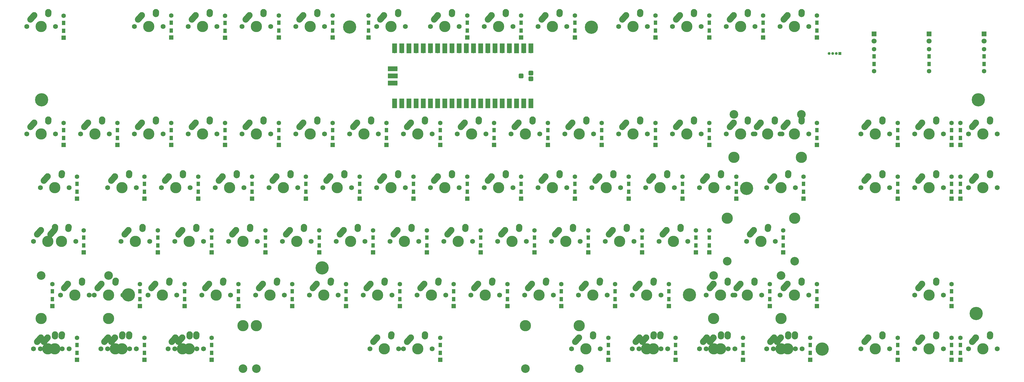
<source format=gbr>
%TF.GenerationSoftware,KiCad,Pcbnew,(7.0.0-rc2-153-g7d6218acb4)*%
%TF.CreationDate,2023-02-19T18:31:40+05:30*%
%TF.ProjectId,ncr-pcb,6e63722d-7063-4622-9e6b-696361645f70,rev?*%
%TF.SameCoordinates,Original*%
%TF.FileFunction,Soldermask,Bot*%
%TF.FilePolarity,Negative*%
%FSLAX46Y46*%
G04 Gerber Fmt 4.6, Leading zero omitted, Abs format (unit mm)*
G04 Created by KiCad (PCBNEW (7.0.0-rc2-153-g7d6218acb4)) date 2023-02-19 18:31:40*
%MOMM*%
%LPD*%
G01*
G04 APERTURE LIST*
G04 Aperture macros list*
%AMRoundRect*
0 Rectangle with rounded corners*
0 $1 Rounding radius*
0 $2 $3 $4 $5 $6 $7 $8 $9 X,Y pos of 4 corners*
0 Add a 4 corners polygon primitive as box body*
4,1,4,$2,$3,$4,$5,$6,$7,$8,$9,$2,$3,0*
0 Add four circle primitives for the rounded corners*
1,1,$1+$1,$2,$3*
1,1,$1+$1,$4,$5*
1,1,$1+$1,$6,$7*
1,1,$1+$1,$8,$9*
0 Add four rect primitives between the rounded corners*
20,1,$1+$1,$2,$3,$4,$5,0*
20,1,$1+$1,$4,$5,$6,$7,0*
20,1,$1+$1,$6,$7,$8,$9,0*
20,1,$1+$1,$8,$9,$2,$3,0*%
%AMHorizOval*
0 Thick line with rounded ends*
0 $1 width*
0 $2 $3 position (X,Y) of the first rounded end (center of the circle)*
0 $4 $5 position (X,Y) of the second rounded end (center of the circle)*
0 Add line between two ends*
20,1,$1,$2,$3,$4,$5,0*
0 Add two circle primitives to create the rounded ends*
1,1,$1,$2,$3*
1,1,$1,$4,$5*%
G04 Aperture macros list end*
%ADD10R,1.000000X1.000000*%
%ADD11O,1.000000X1.000000*%
%ADD12C,4.700000*%
%ADD13R,1.200000X1.500000*%
%ADD14C,1.600000*%
%ADD15R,1.800000X1.800000*%
%ADD16C,1.800000*%
%ADD17RoundRect,0.437500X0.437500X-0.437500X0.437500X0.437500X-0.437500X0.437500X-0.437500X-0.437500X0*%
%ADD18R,1.200000X1.600000*%
%ADD19R,1.600000X1.600000*%
%ADD20C,1.750000*%
%ADD21C,3.987800*%
%ADD22HorizOval,2.250000X0.655001X0.730000X-0.655001X-0.730000X0*%
%ADD23C,2.250000*%
%ADD24HorizOval,2.250000X0.020000X0.290000X-0.020000X-0.290000X0*%
%ADD25C,3.048000*%
%ADD26O,1.700000X1.700000*%
%ADD27R,1.700000X3.500000*%
%ADD28R,1.700000X1.700000*%
%ADD29R,3.500000X1.700000*%
G04 APERTURE END LIST*
D10*
%TO.C,J1*%
X292258749Y-19093749D03*
D11*
X290988749Y-19093749D03*
X289718749Y-19093749D03*
X288448749Y-19093749D03*
%TD*%
D12*
%TO.C,H10*%
X340524000Y-111266989D03*
%TD*%
%TO.C,H9*%
X286024000Y-123842496D03*
%TD*%
%TO.C,H8*%
X239059714Y-104692493D03*
%TD*%
%TO.C,H7*%
X40374001Y-104692493D03*
%TD*%
%TO.C,H6*%
X108974001Y-95092495D03*
%TD*%
%TO.C,H5*%
X259298999Y-66892495D03*
%TD*%
%TO.C,H4*%
X341349000Y-35467493D03*
%TD*%
%TO.C,H3*%
X9699000Y-35467493D03*
%TD*%
%TO.C,H2*%
X204293686Y-9743440D03*
%TD*%
%TO.C,H1*%
X118743687Y-9668441D03*
%TD*%
D13*
%TO.C,R3*%
X343346000Y-20081249D03*
X343346000Y-22781249D03*
D14*
X343346001Y-17531250D03*
X343346001Y-25331250D03*
%TD*%
D13*
%TO.C,R2*%
X323848000Y-20081249D03*
X323848000Y-22781249D03*
D14*
X323848001Y-17531250D03*
X323848001Y-25331250D03*
%TD*%
D13*
%TO.C,R1*%
X304357000Y-20081249D03*
X304357000Y-22781249D03*
D14*
X304357001Y-17531250D03*
X304357001Y-25331250D03*
%TD*%
D15*
%TO.C,LED3*%
X343346000Y-12115551D03*
D16*
X343346001Y-14655552D03*
%TD*%
D15*
%TO.C,LED2*%
X323848000Y-12115551D03*
D16*
X323848001Y-14655552D03*
%TD*%
D15*
%TO.C,LED1*%
X304357000Y-12115551D03*
D16*
X304357001Y-14655552D03*
%TD*%
D17*
%TO.C,*%
X179387500Y-26987500D03*
%TD*%
%TO.C,RPI0*%
X182875000Y-25971500D03*
X182875000Y-28003500D03*
%TD*%
D18*
%TO.C,D1*%
X17462499Y-10987499D03*
D19*
X17462499Y-13487499D03*
D14*
X17462500Y-5687500D03*
D18*
X17462499Y-8187499D03*
%TD*%
%TO.C,D3*%
X55562499Y-10924999D03*
D19*
X55562499Y-13424999D03*
D14*
X55562500Y-5625000D03*
D18*
X55562499Y-8124999D03*
%TD*%
%TO.C,D4*%
X74612499Y-10993749D03*
D19*
X74612499Y-13493749D03*
D14*
X74612500Y-5693750D03*
D18*
X74612499Y-8193749D03*
%TD*%
%TO.C,D5*%
X93662499Y-10924999D03*
D19*
X93662499Y-13424999D03*
D14*
X93662500Y-5625000D03*
D18*
X93662499Y-8124999D03*
%TD*%
%TO.C,D6*%
X112712499Y-10924999D03*
D19*
X112712499Y-13424999D03*
D14*
X112712500Y-5625000D03*
D18*
X112712499Y-8124999D03*
%TD*%
%TO.C,D7*%
X125412499Y-10924999D03*
D19*
X125412499Y-13424999D03*
D14*
X125412500Y-5625000D03*
D18*
X125412499Y-8124999D03*
%TD*%
%TO.C,D8*%
X160337499Y-10924999D03*
D19*
X160337499Y-13424999D03*
D14*
X160337500Y-5625000D03*
D18*
X160337499Y-8124999D03*
%TD*%
%TO.C,D9*%
X179387499Y-10924999D03*
D19*
X179387499Y-13424999D03*
D14*
X179387500Y-5625000D03*
D18*
X179387499Y-8124999D03*
%TD*%
%TO.C,D10*%
X198437499Y-10924999D03*
D19*
X198437499Y-13424999D03*
D14*
X198437500Y-5625000D03*
D18*
X198437499Y-8124999D03*
%TD*%
%TO.C,D11*%
X227012499Y-10924999D03*
D19*
X227012499Y-13424999D03*
D14*
X227012500Y-5625000D03*
D18*
X227012499Y-8124999D03*
%TD*%
%TO.C,D12*%
X246062499Y-10924999D03*
D19*
X246062499Y-13424999D03*
D14*
X246062500Y-5625000D03*
D18*
X246062499Y-8124999D03*
%TD*%
%TO.C,D13*%
X265112499Y-10924999D03*
D19*
X265112499Y-13424999D03*
D14*
X265112500Y-5625000D03*
D18*
X265112499Y-8124999D03*
%TD*%
%TO.C,D14*%
X284162499Y-10924999D03*
D19*
X284162499Y-13424999D03*
D14*
X284162500Y-5625000D03*
D18*
X284162499Y-8124999D03*
%TD*%
%TO.C,D18*%
X17462499Y-49024999D03*
D19*
X17462499Y-51524999D03*
D14*
X17462500Y-43725000D03*
D18*
X17462499Y-46224999D03*
%TD*%
%TO.C,D19*%
X36512499Y-49024999D03*
D19*
X36512499Y-51524999D03*
D14*
X36512500Y-43725000D03*
D18*
X36512499Y-46224999D03*
%TD*%
%TO.C,D20*%
X55562499Y-49024999D03*
D19*
X55562499Y-51524999D03*
D14*
X55562500Y-43725000D03*
D18*
X55562499Y-46224999D03*
%TD*%
%TO.C,D21*%
X74612499Y-49024999D03*
D19*
X74612499Y-51524999D03*
D14*
X74612500Y-43725000D03*
D18*
X74612499Y-46224999D03*
%TD*%
%TO.C,D22*%
X93662499Y-49024999D03*
D19*
X93662499Y-51524999D03*
D14*
X93662500Y-43725000D03*
D18*
X93662499Y-46224999D03*
%TD*%
%TO.C,D23*%
X112712499Y-49024999D03*
D19*
X112712499Y-51524999D03*
D14*
X112712500Y-43725000D03*
D18*
X112712499Y-46224999D03*
%TD*%
%TO.C,D24*%
X131762499Y-49024999D03*
D19*
X131762499Y-51524999D03*
D14*
X131762500Y-43725000D03*
D18*
X131762499Y-46224999D03*
%TD*%
%TO.C,D25*%
X150812499Y-49024999D03*
D19*
X150812499Y-51524999D03*
D14*
X150812500Y-43725000D03*
D18*
X150812499Y-46224999D03*
%TD*%
%TO.C,D26*%
X169862499Y-49024999D03*
D19*
X169862499Y-51524999D03*
D14*
X169862500Y-43725000D03*
D18*
X169862499Y-46224999D03*
%TD*%
%TO.C,D27*%
X188912499Y-49024999D03*
D19*
X188912499Y-51524999D03*
D14*
X188912500Y-43725000D03*
D18*
X188912499Y-46224999D03*
%TD*%
%TO.C,D28*%
X207962499Y-49024999D03*
D19*
X207962499Y-51524999D03*
D14*
X207962500Y-43725000D03*
D18*
X207962499Y-46224999D03*
%TD*%
%TO.C,D29*%
X227012499Y-49024999D03*
D19*
X227012499Y-51524999D03*
D14*
X227012500Y-43725000D03*
D18*
X227012499Y-46224999D03*
%TD*%
%TO.C,D30*%
X246062499Y-49024999D03*
D19*
X246062499Y-51524999D03*
D14*
X246062500Y-43725000D03*
D18*
X246062499Y-46224999D03*
%TD*%
%TO.C,D31*%
X284162499Y-49024999D03*
D19*
X284162499Y-51524999D03*
D14*
X284162500Y-43725000D03*
D18*
X284162499Y-46224999D03*
%TD*%
%TO.C,D32*%
X312737499Y-49024999D03*
D19*
X312737499Y-51524999D03*
D14*
X312737500Y-43725000D03*
D18*
X312737499Y-46224999D03*
%TD*%
%TO.C,D33*%
X331787499Y-49024999D03*
D19*
X331787499Y-51524999D03*
D14*
X331787500Y-43725000D03*
D18*
X331787499Y-46224999D03*
%TD*%
%TO.C,D34*%
X334962499Y-46224999D03*
D14*
X334962500Y-43725000D03*
D19*
X334962499Y-51524999D03*
D18*
X334962499Y-49024999D03*
%TD*%
%TO.C,D35*%
X22224999Y-68074999D03*
D19*
X22224999Y-70574999D03*
D14*
X22225000Y-62775000D03*
D18*
X22224999Y-65274999D03*
%TD*%
%TO.C,D36*%
X24606249Y-87124999D03*
D19*
X24606249Y-89624999D03*
D14*
X24606250Y-81825000D03*
D18*
X24606249Y-84324999D03*
%TD*%
%TO.C,D37*%
X46037499Y-68074999D03*
D19*
X46037499Y-70574999D03*
D14*
X46037500Y-62775000D03*
D18*
X46037499Y-65274999D03*
%TD*%
%TO.C,D38*%
X50799999Y-87124999D03*
D19*
X50799999Y-89624999D03*
D14*
X50800000Y-81825000D03*
D18*
X50799999Y-84324999D03*
%TD*%
%TO.C,D39*%
X65087499Y-68074999D03*
D19*
X65087499Y-70574999D03*
D14*
X65087500Y-62775000D03*
D18*
X65087499Y-65274999D03*
%TD*%
%TO.C,D40*%
X69849999Y-87124999D03*
D19*
X69849999Y-89624999D03*
D14*
X69850000Y-81825000D03*
D18*
X69849999Y-84324999D03*
%TD*%
%TO.C,D41*%
X84137499Y-68074999D03*
D19*
X84137499Y-70574999D03*
D14*
X84137500Y-62775000D03*
D18*
X84137499Y-65274999D03*
%TD*%
%TO.C,D42*%
X88899999Y-87124999D03*
D19*
X88899999Y-89624999D03*
D14*
X88900000Y-81825000D03*
D18*
X88899999Y-84324999D03*
%TD*%
%TO.C,D43*%
X103187499Y-68074999D03*
D19*
X103187499Y-70574999D03*
D14*
X103187500Y-62775000D03*
D18*
X103187499Y-65274999D03*
%TD*%
%TO.C,D44*%
X107949999Y-87124999D03*
D19*
X107949999Y-89624999D03*
D14*
X107950000Y-81825000D03*
D18*
X107949999Y-84324999D03*
%TD*%
%TO.C,D45*%
X122237499Y-68074999D03*
D19*
X122237499Y-70574999D03*
D14*
X122237500Y-62775000D03*
D18*
X122237499Y-65274999D03*
%TD*%
%TO.C,D46*%
X126999999Y-87124999D03*
D19*
X126999999Y-89624999D03*
D14*
X127000000Y-81825000D03*
D18*
X126999999Y-84324999D03*
%TD*%
%TO.C,D47*%
X141287499Y-68074999D03*
D19*
X141287499Y-70574999D03*
D14*
X141287500Y-62775000D03*
D18*
X141287499Y-65274999D03*
%TD*%
%TO.C,D48*%
X146049999Y-87124999D03*
D19*
X146049999Y-89624999D03*
D14*
X146050000Y-81825000D03*
D18*
X146049999Y-84324999D03*
%TD*%
%TO.C,D49*%
X160337499Y-68074999D03*
D19*
X160337499Y-70574999D03*
D14*
X160337500Y-62775000D03*
D18*
X160337499Y-65274999D03*
%TD*%
%TO.C,D50*%
X165099999Y-87124999D03*
D19*
X165099999Y-89624999D03*
D14*
X165100000Y-81825000D03*
D18*
X165099999Y-84324999D03*
%TD*%
%TO.C,D51*%
X179387499Y-68074999D03*
D19*
X179387499Y-70574999D03*
D14*
X179387500Y-62775000D03*
D18*
X179387499Y-65274999D03*
%TD*%
%TO.C,D52*%
X184149999Y-87124999D03*
D19*
X184149999Y-89624999D03*
D14*
X184150000Y-81825000D03*
D18*
X184149999Y-84324999D03*
%TD*%
%TO.C,D53*%
X198437499Y-68074999D03*
D19*
X198437499Y-70574999D03*
D14*
X198437500Y-62775000D03*
D18*
X198437499Y-65274999D03*
%TD*%
%TO.C,D54*%
X203199999Y-87124999D03*
D19*
X203199999Y-89624999D03*
D14*
X203200000Y-81825000D03*
D18*
X203199999Y-84324999D03*
%TD*%
%TO.C,D55*%
X217487499Y-68074999D03*
D19*
X217487499Y-70574999D03*
D14*
X217487500Y-62775000D03*
D18*
X217487499Y-65274999D03*
%TD*%
%TO.C,D56*%
X222249999Y-87124999D03*
D19*
X222249999Y-89624999D03*
D14*
X222250000Y-81825000D03*
D18*
X222249999Y-84324999D03*
%TD*%
%TO.C,D57*%
X236537499Y-68074999D03*
D19*
X236537499Y-70574999D03*
D14*
X236537500Y-62775000D03*
D18*
X236537499Y-65274999D03*
%TD*%
%TO.C,D58*%
X241299999Y-87124999D03*
D19*
X241299999Y-89624999D03*
D14*
X241300000Y-81825000D03*
D18*
X241299999Y-84324999D03*
%TD*%
%TO.C,D59*%
X255587499Y-68074999D03*
D19*
X255587499Y-70574999D03*
D14*
X255587500Y-62775000D03*
D18*
X255587499Y-65274999D03*
%TD*%
%TO.C,D60*%
X246062499Y-87124999D03*
D19*
X246062499Y-89624999D03*
D14*
X246062500Y-81825000D03*
D18*
X246062499Y-84324999D03*
%TD*%
%TO.C,D61*%
X279399999Y-68074999D03*
D19*
X279399999Y-70574999D03*
D14*
X279400000Y-62775000D03*
D18*
X279399999Y-65274999D03*
%TD*%
%TO.C,D62*%
X272256249Y-87124999D03*
D19*
X272256249Y-89624999D03*
D14*
X272256250Y-81825000D03*
D18*
X272256249Y-84324999D03*
%TD*%
%TO.C,D63*%
X312737499Y-68074999D03*
D19*
X312737499Y-70574999D03*
D14*
X312737500Y-62775000D03*
D18*
X312737499Y-65274999D03*
%TD*%
%TO.C,D65*%
X331787499Y-68074999D03*
D19*
X331787499Y-70574999D03*
D14*
X331787500Y-62775000D03*
D18*
X331787499Y-65274999D03*
%TD*%
%TO.C,D67*%
X334962499Y-68074999D03*
D19*
X334962499Y-70574999D03*
D14*
X334962500Y-62775000D03*
D18*
X334962499Y-65274999D03*
%TD*%
%TO.C,D69*%
X13493749Y-106174999D03*
D19*
X13493749Y-108674999D03*
D14*
X13493750Y-100875000D03*
D18*
X13493749Y-103374999D03*
%TD*%
%TO.C,D70*%
X22224999Y-125224999D03*
D19*
X22224999Y-127724999D03*
D14*
X22225000Y-119925000D03*
D18*
X22224999Y-122424999D03*
%TD*%
%TO.C,D71*%
X44449999Y-106174999D03*
D19*
X44449999Y-108674999D03*
D14*
X44450000Y-100875000D03*
D18*
X44449999Y-103374999D03*
%TD*%
%TO.C,D72*%
X46037499Y-125224999D03*
D19*
X46037499Y-127724999D03*
D14*
X46037500Y-119925000D03*
D18*
X46037499Y-122424999D03*
%TD*%
%TO.C,D73*%
X60324999Y-106174999D03*
D19*
X60324999Y-108674999D03*
D14*
X60325000Y-100875000D03*
D18*
X60324999Y-103374999D03*
%TD*%
%TO.C,D74*%
X69849999Y-125224999D03*
D19*
X69849999Y-127724999D03*
D14*
X69850000Y-119925000D03*
D18*
X69849999Y-122424999D03*
%TD*%
%TO.C,D75*%
X79374999Y-106174999D03*
D19*
X79374999Y-108674999D03*
D14*
X79375000Y-100875000D03*
D18*
X79374999Y-103374999D03*
%TD*%
%TO.C,D77*%
X98424999Y-106174999D03*
D19*
X98424999Y-108674999D03*
D14*
X98425000Y-100875000D03*
D18*
X98424999Y-103374999D03*
%TD*%
%TO.C,D79*%
X117474999Y-106174999D03*
D19*
X117474999Y-108674999D03*
D14*
X117475000Y-100875000D03*
D18*
X117474999Y-103374999D03*
%TD*%
%TO.C,D81*%
X136524999Y-106174999D03*
D19*
X136524999Y-108674999D03*
D14*
X136525000Y-100875000D03*
D18*
X136524999Y-103374999D03*
%TD*%
%TO.C,D83*%
X155574999Y-106174999D03*
D19*
X155574999Y-108674999D03*
D14*
X155575000Y-100875000D03*
D18*
X155574999Y-103374999D03*
%TD*%
%TO.C,D84*%
X150812499Y-125224999D03*
D19*
X150812499Y-127724999D03*
D14*
X150812500Y-119925000D03*
D18*
X150812499Y-122424999D03*
%TD*%
%TO.C,D85*%
X174624999Y-106174999D03*
D19*
X174624999Y-108674999D03*
D14*
X174625000Y-100875000D03*
D18*
X174624999Y-103374999D03*
%TD*%
%TO.C,D87*%
X193674999Y-106174999D03*
D19*
X193674999Y-108674999D03*
D14*
X193675000Y-100875000D03*
D18*
X193674999Y-103374999D03*
%TD*%
%TO.C,D89*%
X212724999Y-106174999D03*
D19*
X212724999Y-108674999D03*
D14*
X212725000Y-100875000D03*
D18*
X212724999Y-103374999D03*
%TD*%
%TO.C,D90*%
X210343749Y-125224999D03*
D19*
X210343749Y-127724999D03*
D14*
X210343750Y-119925000D03*
D18*
X210343749Y-122424999D03*
%TD*%
%TO.C,D91*%
X231774999Y-106174999D03*
D19*
X231774999Y-108674999D03*
D14*
X231775000Y-100875000D03*
D18*
X231774999Y-103374999D03*
%TD*%
%TO.C,D92*%
X234156249Y-125224999D03*
D19*
X234156249Y-127724999D03*
D14*
X234156250Y-119925000D03*
D18*
X234156249Y-122424999D03*
%TD*%
%TO.C,D93*%
X267493749Y-106174999D03*
D19*
X267493749Y-108674999D03*
D14*
X267493750Y-100875000D03*
D18*
X267493749Y-103374999D03*
%TD*%
%TO.C,D94*%
X257968749Y-125224999D03*
D19*
X257968749Y-127724999D03*
D14*
X257968750Y-119925000D03*
D18*
X257968749Y-122424999D03*
%TD*%
%TO.C,D95*%
X284162499Y-106174999D03*
D19*
X284162499Y-108674999D03*
D14*
X284162500Y-100875000D03*
D18*
X284162499Y-103374999D03*
%TD*%
%TO.C,D96*%
X281781249Y-125224999D03*
D19*
X281781249Y-127724999D03*
D14*
X281781250Y-119925000D03*
D18*
X281781249Y-122424999D03*
%TD*%
%TO.C,D98*%
X312737499Y-125224999D03*
D19*
X312737499Y-127724999D03*
D14*
X312737500Y-119925000D03*
D18*
X312737499Y-122424999D03*
%TD*%
%TO.C,D99*%
X331787499Y-106174999D03*
D19*
X331787499Y-108674999D03*
D14*
X331787500Y-100875000D03*
D18*
X331787499Y-103374999D03*
%TD*%
%TO.C,D100*%
X331787499Y-125224999D03*
D19*
X331787499Y-127724999D03*
D14*
X331787500Y-119925000D03*
D18*
X331787499Y-122424999D03*
%TD*%
%TO.C,D102*%
X334962499Y-125224999D03*
D19*
X334962499Y-127724999D03*
D14*
X334962500Y-119925000D03*
D18*
X334962499Y-122424999D03*
%TD*%
D20*
%TO.C,MX35*%
X9207500Y-66675000D03*
D21*
X14287500Y-66675000D03*
D20*
X19367500Y-66675000D03*
D22*
X11132500Y-63404999D03*
D23*
X11787500Y-62675000D03*
D24*
X16807499Y-61884999D03*
D23*
X16827500Y-61595000D03*
%TD*%
D20*
%TO.C,MX36*%
X11588750Y-85725000D03*
D21*
X16668750Y-85725000D03*
D20*
X21748750Y-85725000D03*
D22*
X13513750Y-82454999D03*
D23*
X14168750Y-81725000D03*
D24*
X19188749Y-80934999D03*
D23*
X19208750Y-80645000D03*
%TD*%
D20*
%TO.C,MX61*%
X266382500Y-66675000D03*
D21*
X271462500Y-66675000D03*
D20*
X276542500Y-66675000D03*
D22*
X268307500Y-63404999D03*
D23*
X268962500Y-62675000D03*
D24*
X273982499Y-61884999D03*
D23*
X274002500Y-61595000D03*
%TD*%
D21*
%TO.C,MX62*%
X252380750Y-77470000D03*
D25*
X252380750Y-92710000D03*
D20*
X259238750Y-85725000D03*
D21*
X264318750Y-85725000D03*
D20*
X269398750Y-85725000D03*
D21*
X276256750Y-77470000D03*
D25*
X276256750Y-92710000D03*
D22*
X261163750Y-82454999D03*
D23*
X261818750Y-81725000D03*
D24*
X266838749Y-80934999D03*
D23*
X266858750Y-80645000D03*
%TD*%
D20*
%TO.C,MX64*%
X6826250Y-85725000D03*
D21*
X11906250Y-85725000D03*
D20*
X16986250Y-85725000D03*
D22*
X8751250Y-82454999D03*
D23*
X9406250Y-81725000D03*
D24*
X14426249Y-80934999D03*
D23*
X14446250Y-80645000D03*
%TD*%
D25*
%TO.C,MX66*%
X254762000Y-40640000D03*
D21*
X254762000Y-55880000D03*
D20*
X261620000Y-47625000D03*
D21*
X266700000Y-47625000D03*
D20*
X271780000Y-47625000D03*
D25*
X278638000Y-40640000D03*
D21*
X278638000Y-55880000D03*
D22*
X263545000Y-44354999D03*
D23*
X264200000Y-43625000D03*
D24*
X269219999Y-42834999D03*
D23*
X269240000Y-42545000D03*
%TD*%
D25*
%TO.C,MX69*%
X9493250Y-97790000D03*
D21*
X9493250Y-113030000D03*
D20*
X16351250Y-104775000D03*
D21*
X21431250Y-104775000D03*
D20*
X26511250Y-104775000D03*
D25*
X33369250Y-97790000D03*
D21*
X33369250Y-113030000D03*
D22*
X18276250Y-101504999D03*
D23*
X18931250Y-100775000D03*
D24*
X23951249Y-99984999D03*
D23*
X23971250Y-99695000D03*
%TD*%
D20*
%TO.C,MX70*%
X9207500Y-123825000D03*
D21*
X14287500Y-123825000D03*
D20*
X19367500Y-123825000D03*
D22*
X11132500Y-120554999D03*
D23*
X11787500Y-119825000D03*
D24*
X16807499Y-119034999D03*
D23*
X16827500Y-118745000D03*
%TD*%
D20*
%TO.C,MX74*%
X56832500Y-123825000D03*
D21*
X61912500Y-123825000D03*
D20*
X66992500Y-123825000D03*
D22*
X58757500Y-120554999D03*
D23*
X59412500Y-119825000D03*
D24*
X64432499Y-119034999D03*
D23*
X64452500Y-118745000D03*
%TD*%
D20*
%TO.C,MX76*%
X6826250Y-123825000D03*
D21*
X11906250Y-123825000D03*
D20*
X16986250Y-123825000D03*
D22*
X8751250Y-120554999D03*
D23*
X9406250Y-119825000D03*
D24*
X14426249Y-119034999D03*
D23*
X14446250Y-118745000D03*
%TD*%
D20*
%TO.C,MX78*%
X30638750Y-123825000D03*
D21*
X35718750Y-123825000D03*
D20*
X40798750Y-123825000D03*
D22*
X32563750Y-120554999D03*
D23*
X33218750Y-119825000D03*
D24*
X38238749Y-119034999D03*
D23*
X38258750Y-118745000D03*
%TD*%
D20*
%TO.C,MX80*%
X54451250Y-123825000D03*
D21*
X59531250Y-123825000D03*
D20*
X64611250Y-123825000D03*
D22*
X56376250Y-120554999D03*
D23*
X57031250Y-119825000D03*
D24*
X62051249Y-119034999D03*
D23*
X62071250Y-118745000D03*
%TD*%
D21*
%TO.C,MX82*%
X80968850Y-115570000D03*
D25*
X80968850Y-130810000D03*
D20*
X125888750Y-123825000D03*
D21*
X130968750Y-123825000D03*
D20*
X136048750Y-123825000D03*
D21*
X180968650Y-115570000D03*
D25*
X180968650Y-130810000D03*
D22*
X127813750Y-120554999D03*
D23*
X128468750Y-119825000D03*
D24*
X133488749Y-119034999D03*
D23*
X133508750Y-118745000D03*
%TD*%
D21*
%TO.C,MX84*%
X85725000Y-115570000D03*
D25*
X85725000Y-130810000D03*
D20*
X137795000Y-123825000D03*
D21*
X142875000Y-123825000D03*
D20*
X147955000Y-123825000D03*
D21*
X200025000Y-115570000D03*
D25*
X200025000Y-130810000D03*
D22*
X139720000Y-120554999D03*
D23*
X140375000Y-119825000D03*
D24*
X145394999Y-119034999D03*
D23*
X145415000Y-118745000D03*
%TD*%
D20*
%TO.C,MX86*%
X221138750Y-123825000D03*
D21*
X226218750Y-123825000D03*
D20*
X231298750Y-123825000D03*
D22*
X223063750Y-120554999D03*
D23*
X223718750Y-119825000D03*
D24*
X228738749Y-119034999D03*
D23*
X228758750Y-118745000D03*
%TD*%
D20*
%TO.C,MX88*%
X244951250Y-123825000D03*
D21*
X250031250Y-123825000D03*
D20*
X255111250Y-123825000D03*
D22*
X246876250Y-120554999D03*
D23*
X247531250Y-119825000D03*
D24*
X252551249Y-119034999D03*
D23*
X252571250Y-118745000D03*
%TD*%
D20*
%TO.C,MX90*%
X197326250Y-123825000D03*
D21*
X202406250Y-123825000D03*
D20*
X207486250Y-123825000D03*
D22*
X199251250Y-120554999D03*
D23*
X199906250Y-119825000D03*
D24*
X204926249Y-119034999D03*
D23*
X204946250Y-118745000D03*
%TD*%
D20*
%TO.C,MX92*%
X218757500Y-123825000D03*
D21*
X223837500Y-123825000D03*
D20*
X228917500Y-123825000D03*
D22*
X220682500Y-120554999D03*
D23*
X221337500Y-119825000D03*
D24*
X226357499Y-119034999D03*
D23*
X226377500Y-118745000D03*
%TD*%
D25*
%TO.C,MX93*%
X247618250Y-97790000D03*
D21*
X247618250Y-113030000D03*
D20*
X254476250Y-104775000D03*
D21*
X259556250Y-104775000D03*
D20*
X264636250Y-104775000D03*
D25*
X271494250Y-97790000D03*
D21*
X271494250Y-113030000D03*
D22*
X256401250Y-101504999D03*
D23*
X257056250Y-100775000D03*
D24*
X262076249Y-99984999D03*
D23*
X262096250Y-99695000D03*
%TD*%
D20*
%TO.C,MX96*%
X266382500Y-123825000D03*
D21*
X271462500Y-123825000D03*
D20*
X276542500Y-123825000D03*
D22*
X268307500Y-120554999D03*
D23*
X268962500Y-119825000D03*
D24*
X273982499Y-119034999D03*
D23*
X274002500Y-118745000D03*
%TD*%
D20*
%TO.C,MX97*%
X268763750Y-123825000D03*
D21*
X273843750Y-123825000D03*
D20*
X278923750Y-123825000D03*
D22*
X270688750Y-120554999D03*
D23*
X271343750Y-119825000D03*
D24*
X276363749Y-119034999D03*
D23*
X276383750Y-118745000D03*
%TD*%
D20*
%TO.C,MX101*%
X244951250Y-104775000D03*
D21*
X250031250Y-104775000D03*
D20*
X255111250Y-104775000D03*
D22*
X246876250Y-101504999D03*
D23*
X247531250Y-100775000D03*
D24*
X252551249Y-99984999D03*
D23*
X252571250Y-99695000D03*
%TD*%
D20*
%TO.C,MX6*%
X99695000Y-9525000D03*
D21*
X104775000Y-9525000D03*
D20*
X109855000Y-9525000D03*
D22*
X101620000Y-6254999D03*
D23*
X102275000Y-5525000D03*
D24*
X107294999Y-4734999D03*
D23*
X107315000Y-4445000D03*
%TD*%
D20*
%TO.C,MX43*%
X90170000Y-66675000D03*
D21*
X95250000Y-66675000D03*
D20*
X100330000Y-66675000D03*
D22*
X92095000Y-63404999D03*
D23*
X92750000Y-62675000D03*
D24*
X97769999Y-61884999D03*
D23*
X97790000Y-61595000D03*
%TD*%
D20*
%TO.C,MX63*%
X299720000Y-66675000D03*
D21*
X304800000Y-66675000D03*
D20*
X309880000Y-66675000D03*
D22*
X301645000Y-63404999D03*
D23*
X302300000Y-62675000D03*
D24*
X307319999Y-61884999D03*
D23*
X307340000Y-61595000D03*
%TD*%
D20*
%TO.C,MX13*%
X252095000Y-9525000D03*
D21*
X257175000Y-9525000D03*
D20*
X262255000Y-9525000D03*
D22*
X254020000Y-6254999D03*
D23*
X254675000Y-5525000D03*
D24*
X259694999Y-4734999D03*
D23*
X259715000Y-4445000D03*
%TD*%
D20*
%TO.C,MX67*%
X337820000Y-66675000D03*
D21*
X342900000Y-66675000D03*
D20*
X347980000Y-66675000D03*
D22*
X339745000Y-63404999D03*
D23*
X340400000Y-62675000D03*
D24*
X345419999Y-61884999D03*
D23*
X345440000Y-61595000D03*
%TD*%
D20*
%TO.C,MX51*%
X166370000Y-66675000D03*
D21*
X171450000Y-66675000D03*
D20*
X176530000Y-66675000D03*
D22*
X168295000Y-63404999D03*
D23*
X168950000Y-62675000D03*
D24*
X173969999Y-61884999D03*
D23*
X173990000Y-61595000D03*
%TD*%
D20*
%TO.C,MX44*%
X94932500Y-85725000D03*
D21*
X100012500Y-85725000D03*
D20*
X105092500Y-85725000D03*
D22*
X96857500Y-82454999D03*
D23*
X97512500Y-81725000D03*
D24*
X102532499Y-80934999D03*
D23*
X102552500Y-80645000D03*
%TD*%
D20*
%TO.C,MX65*%
X318770000Y-66675000D03*
D21*
X323850000Y-66675000D03*
D20*
X328930000Y-66675000D03*
D22*
X320695000Y-63404999D03*
D23*
X321350000Y-62675000D03*
D24*
X326369999Y-61884999D03*
D23*
X326390000Y-61595000D03*
%TD*%
D20*
%TO.C,MX77*%
X85407500Y-104775000D03*
D21*
X90487500Y-104775000D03*
D20*
X95567500Y-104775000D03*
D22*
X87332500Y-101504999D03*
D23*
X87987500Y-100775000D03*
D24*
X93007499Y-99984999D03*
D23*
X93027500Y-99695000D03*
%TD*%
D20*
%TO.C,MX11*%
X213995000Y-9525000D03*
D21*
X219075000Y-9525000D03*
D20*
X224155000Y-9525000D03*
D22*
X215920000Y-6254999D03*
D23*
X216575000Y-5525000D03*
D24*
X221594999Y-4734999D03*
D23*
X221615000Y-4445000D03*
%TD*%
D20*
%TO.C,MX14*%
X271145000Y-9525000D03*
D21*
X276225000Y-9525000D03*
D20*
X281305000Y-9525000D03*
D22*
X273070000Y-6254999D03*
D23*
X273725000Y-5525000D03*
D24*
X278744999Y-4734999D03*
D23*
X278765000Y-4445000D03*
%TD*%
D20*
%TO.C,MX81*%
X123507500Y-104775000D03*
D21*
X128587500Y-104775000D03*
D20*
X133667500Y-104775000D03*
D22*
X125432500Y-101504999D03*
D23*
X126087500Y-100775000D03*
D24*
X131107499Y-99984999D03*
D23*
X131127500Y-99695000D03*
%TD*%
D20*
%TO.C,MX59*%
X242570000Y-66675000D03*
D21*
X247650000Y-66675000D03*
D20*
X252730000Y-66675000D03*
D22*
X244495000Y-63404999D03*
D23*
X245150000Y-62675000D03*
D24*
X250169999Y-61884999D03*
D23*
X250190000Y-61595000D03*
%TD*%
D20*
%TO.C,MX54*%
X190182500Y-85725000D03*
D21*
X195262500Y-85725000D03*
D20*
X200342500Y-85725000D03*
D22*
X192107500Y-82454999D03*
D23*
X192762500Y-81725000D03*
D24*
X197782499Y-80934999D03*
D23*
X197802500Y-80645000D03*
%TD*%
D20*
%TO.C,MX100*%
X318770000Y-123825000D03*
D21*
X323850000Y-123825000D03*
D20*
X328930000Y-123825000D03*
D22*
X320695000Y-120554999D03*
D23*
X321350000Y-119825000D03*
D24*
X326369999Y-119034999D03*
D23*
X326390000Y-118745000D03*
%TD*%
D20*
%TO.C,MX20*%
X42545000Y-47625000D03*
D21*
X47625000Y-47625000D03*
D20*
X52705000Y-47625000D03*
D22*
X44470000Y-44354999D03*
D23*
X45125000Y-43625000D03*
D24*
X50144999Y-42834999D03*
D23*
X50165000Y-42545000D03*
%TD*%
D20*
%TO.C,MX53*%
X185420000Y-66675000D03*
D21*
X190500000Y-66675000D03*
D20*
X195580000Y-66675000D03*
D22*
X187345000Y-63404999D03*
D23*
X188000000Y-62675000D03*
D24*
X193019999Y-61884999D03*
D23*
X193040000Y-61595000D03*
%TD*%
D20*
%TO.C,MX29*%
X213995000Y-47625000D03*
D21*
X219075000Y-47625000D03*
D20*
X224155000Y-47625000D03*
D22*
X215920000Y-44354999D03*
D23*
X216575000Y-43625000D03*
D24*
X221594999Y-42834999D03*
D23*
X221615000Y-42545000D03*
%TD*%
D20*
%TO.C,MX47*%
X128270000Y-66675000D03*
D21*
X133350000Y-66675000D03*
D20*
X138430000Y-66675000D03*
D22*
X130195000Y-63404999D03*
D23*
X130850000Y-62675000D03*
D24*
X135869999Y-61884999D03*
D23*
X135890000Y-61595000D03*
%TD*%
D20*
%TO.C,MX72*%
X33020000Y-123825000D03*
D21*
X38100000Y-123825000D03*
D20*
X43180000Y-123825000D03*
D22*
X34945000Y-120554999D03*
D23*
X35600000Y-119825000D03*
D24*
X40619999Y-119034999D03*
D23*
X40640000Y-118745000D03*
%TD*%
D20*
%TO.C,MX46*%
X113982500Y-85725000D03*
D21*
X119062500Y-85725000D03*
D20*
X124142500Y-85725000D03*
D22*
X115907500Y-82454999D03*
D23*
X116562500Y-81725000D03*
D24*
X121582499Y-80934999D03*
D23*
X121602500Y-80645000D03*
%TD*%
D20*
%TO.C,MX30*%
X233045000Y-47625000D03*
D21*
X238125000Y-47625000D03*
D20*
X243205000Y-47625000D03*
D22*
X234970000Y-44354999D03*
D23*
X235625000Y-43625000D03*
D24*
X240644999Y-42834999D03*
D23*
X240665000Y-42545000D03*
%TD*%
D20*
%TO.C,MX33*%
X318770000Y-47625000D03*
D21*
X323850000Y-47625000D03*
D20*
X328930000Y-47625000D03*
D22*
X320695000Y-44354999D03*
D23*
X321350000Y-43625000D03*
D24*
X326369999Y-42834999D03*
D23*
X326390000Y-42545000D03*
%TD*%
D20*
%TO.C,MX55*%
X204470000Y-66675000D03*
D21*
X209550000Y-66675000D03*
D20*
X214630000Y-66675000D03*
D22*
X206395000Y-63404999D03*
D23*
X207050000Y-62675000D03*
D24*
X212069999Y-61884999D03*
D23*
X212090000Y-61595000D03*
%TD*%
D20*
%TO.C,MX26*%
X156845000Y-47625000D03*
D21*
X161925000Y-47625000D03*
D20*
X167005000Y-47625000D03*
D22*
X158770000Y-44354999D03*
D23*
X159425000Y-43625000D03*
D24*
X164444999Y-42834999D03*
D23*
X164465000Y-42545000D03*
%TD*%
D20*
%TO.C,MX5*%
X80645000Y-9525000D03*
D21*
X85725000Y-9525000D03*
D20*
X90805000Y-9525000D03*
D22*
X82570000Y-6254999D03*
D23*
X83225000Y-5525000D03*
D24*
X88244999Y-4734999D03*
D23*
X88265000Y-4445000D03*
%TD*%
D20*
%TO.C,MX91*%
X218757500Y-104775000D03*
D21*
X223837500Y-104775000D03*
D20*
X228917500Y-104775000D03*
D22*
X220682500Y-101504999D03*
D23*
X221337500Y-100775000D03*
D24*
X226357499Y-99984999D03*
D23*
X226377500Y-99695000D03*
%TD*%
D20*
%TO.C,MX21*%
X61595000Y-47625000D03*
D21*
X66675000Y-47625000D03*
D20*
X71755000Y-47625000D03*
D22*
X63520000Y-44354999D03*
D23*
X64175000Y-43625000D03*
D24*
X69194999Y-42834999D03*
D23*
X69215000Y-42545000D03*
%TD*%
D20*
%TO.C,MX75*%
X66357500Y-104775000D03*
D21*
X71437500Y-104775000D03*
D20*
X76517500Y-104775000D03*
D22*
X68282500Y-101504999D03*
D23*
X68937500Y-100775000D03*
D24*
X73957499Y-99984999D03*
D23*
X73977500Y-99695000D03*
%TD*%
D20*
%TO.C,MX39*%
X52070000Y-66675000D03*
D21*
X57150000Y-66675000D03*
D20*
X62230000Y-66675000D03*
D22*
X53995000Y-63404999D03*
D23*
X54650000Y-62675000D03*
D24*
X59669999Y-61884999D03*
D23*
X59690000Y-61595000D03*
%TD*%
D20*
%TO.C,MX7*%
X128270000Y-9525000D03*
D21*
X133350000Y-9525000D03*
D20*
X138430000Y-9525000D03*
D22*
X130195000Y-6254999D03*
D23*
X130850000Y-5525000D03*
D24*
X135869999Y-4734999D03*
D23*
X135890000Y-4445000D03*
%TD*%
D20*
%TO.C,MX94*%
X242570000Y-123825000D03*
D21*
X247650000Y-123825000D03*
D20*
X252730000Y-123825000D03*
D22*
X244495000Y-120554999D03*
D23*
X245150000Y-119825000D03*
D24*
X250169999Y-119034999D03*
D23*
X250190000Y-118745000D03*
%TD*%
D20*
%TO.C,MX22*%
X80645000Y-47625000D03*
D21*
X85725000Y-47625000D03*
D20*
X90805000Y-47625000D03*
D22*
X82570000Y-44354999D03*
D23*
X83225000Y-43625000D03*
D24*
X88244999Y-42834999D03*
D23*
X88265000Y-42545000D03*
%TD*%
D20*
%TO.C,MX8*%
X147320000Y-9525000D03*
D21*
X152400000Y-9525000D03*
D20*
X157480000Y-9525000D03*
D22*
X149245000Y-6254999D03*
D23*
X149900000Y-5525000D03*
D24*
X154919999Y-4734999D03*
D23*
X154940000Y-4445000D03*
%TD*%
D20*
%TO.C,MX18*%
X4445000Y-47625000D03*
D21*
X9525000Y-47625000D03*
D20*
X14605000Y-47625000D03*
D22*
X6370000Y-44354999D03*
D23*
X7025000Y-43625000D03*
D24*
X12044999Y-42834999D03*
D23*
X12065000Y-42545000D03*
%TD*%
D20*
%TO.C,MX83*%
X142557500Y-104775000D03*
D21*
X147637500Y-104775000D03*
D20*
X152717500Y-104775000D03*
D22*
X144482500Y-101504999D03*
D23*
X145137500Y-100775000D03*
D24*
X150157499Y-99984999D03*
D23*
X150177500Y-99695000D03*
%TD*%
D20*
%TO.C,MX34*%
X337820000Y-47625000D03*
D21*
X342900000Y-47625000D03*
D20*
X347980000Y-47625000D03*
D22*
X339745000Y-44354999D03*
D23*
X340400000Y-43625000D03*
D24*
X345419999Y-42834999D03*
D23*
X345440000Y-42545000D03*
%TD*%
D20*
%TO.C,MX23*%
X99695000Y-47625000D03*
D21*
X104775000Y-47625000D03*
D20*
X109855000Y-47625000D03*
D22*
X101620000Y-44354999D03*
D23*
X102275000Y-43625000D03*
D24*
X107294999Y-42834999D03*
D23*
X107315000Y-42545000D03*
%TD*%
D20*
%TO.C,MX49*%
X147320000Y-66675000D03*
D21*
X152400000Y-66675000D03*
D20*
X157480000Y-66675000D03*
D22*
X149245000Y-63404999D03*
D23*
X149900000Y-62675000D03*
D24*
X154919999Y-61884999D03*
D23*
X154940000Y-61595000D03*
%TD*%
D20*
%TO.C,MX28*%
X194945000Y-47625000D03*
D21*
X200025000Y-47625000D03*
D20*
X205105000Y-47625000D03*
D22*
X196870000Y-44354999D03*
D23*
X197525000Y-43625000D03*
D24*
X202544999Y-42834999D03*
D23*
X202565000Y-42545000D03*
%TD*%
D20*
%TO.C,MX25*%
X137795000Y-47625000D03*
D21*
X142875000Y-47625000D03*
D20*
X147955000Y-47625000D03*
D22*
X139720000Y-44354999D03*
D23*
X140375000Y-43625000D03*
D24*
X145394999Y-42834999D03*
D23*
X145415000Y-42545000D03*
%TD*%
D20*
%TO.C,MX71*%
X28257500Y-104775000D03*
D21*
X33337500Y-104775000D03*
D20*
X38417500Y-104775000D03*
D22*
X30182500Y-101504999D03*
D23*
X30837500Y-100775000D03*
D24*
X35857499Y-99984999D03*
D23*
X35877500Y-99695000D03*
%TD*%
D20*
%TO.C,MX37*%
X33020000Y-66675000D03*
D21*
X38100000Y-66675000D03*
D20*
X43180000Y-66675000D03*
D22*
X34945000Y-63404999D03*
D23*
X35600000Y-62675000D03*
D24*
X40619999Y-61884999D03*
D23*
X40640000Y-61595000D03*
%TD*%
D20*
%TO.C,MX12*%
X233045000Y-9525000D03*
D21*
X238125000Y-9525000D03*
D20*
X243205000Y-9525000D03*
D22*
X234970000Y-6254999D03*
D23*
X235625000Y-5525000D03*
D24*
X240644999Y-4734999D03*
D23*
X240665000Y-4445000D03*
%TD*%
D20*
%TO.C,MX57*%
X223520000Y-66675000D03*
D21*
X228600000Y-66675000D03*
D20*
X233680000Y-66675000D03*
D22*
X225445000Y-63404999D03*
D23*
X226100000Y-62675000D03*
D24*
X231119999Y-61884999D03*
D23*
X231140000Y-61595000D03*
%TD*%
D20*
%TO.C,MX31*%
X271145000Y-47625000D03*
D21*
X276225000Y-47625000D03*
D20*
X281305000Y-47625000D03*
D22*
X273070000Y-44354999D03*
D23*
X273725000Y-43625000D03*
D24*
X278744999Y-42834999D03*
D23*
X278765000Y-42545000D03*
%TD*%
D20*
%TO.C,MX24*%
X118745000Y-47625000D03*
D21*
X123825000Y-47625000D03*
D20*
X128905000Y-47625000D03*
D22*
X120670000Y-44354999D03*
D23*
X121325000Y-43625000D03*
D24*
X126344999Y-42834999D03*
D23*
X126365000Y-42545000D03*
%TD*%
D20*
%TO.C,MX50*%
X152082500Y-85725000D03*
D21*
X157162500Y-85725000D03*
D20*
X162242500Y-85725000D03*
D22*
X154007500Y-82454999D03*
D23*
X154662500Y-81725000D03*
D24*
X159682499Y-80934999D03*
D23*
X159702500Y-80645000D03*
%TD*%
D20*
%TO.C,MX95*%
X271145000Y-104775000D03*
D21*
X276225000Y-104775000D03*
D20*
X281305000Y-104775000D03*
D22*
X273070000Y-101504999D03*
D23*
X273725000Y-100775000D03*
D24*
X278744999Y-99984999D03*
D23*
X278765000Y-99695000D03*
%TD*%
D20*
%TO.C,MX19*%
X23495000Y-47625000D03*
D21*
X28575000Y-47625000D03*
D20*
X33655000Y-47625000D03*
D22*
X25420000Y-44354999D03*
D23*
X26075000Y-43625000D03*
D24*
X31094999Y-42834999D03*
D23*
X31115000Y-42545000D03*
%TD*%
D20*
%TO.C,MX4*%
X61595000Y-9525000D03*
D21*
X66675000Y-9525000D03*
D20*
X71755000Y-9525000D03*
D22*
X63520000Y-6254999D03*
D23*
X64175000Y-5525000D03*
D24*
X69194999Y-4734999D03*
D23*
X69215000Y-4445000D03*
%TD*%
D20*
%TO.C,MX98*%
X299720000Y-123825000D03*
D21*
X304800000Y-123825000D03*
D20*
X309880000Y-123825000D03*
D22*
X301645000Y-120554999D03*
D23*
X302300000Y-119825000D03*
D24*
X307319999Y-119034999D03*
D23*
X307340000Y-118745000D03*
%TD*%
D20*
%TO.C,MX38*%
X37782500Y-85725000D03*
D21*
X42862500Y-85725000D03*
D20*
X47942500Y-85725000D03*
D22*
X39707500Y-82454999D03*
D23*
X40362500Y-81725000D03*
D24*
X45382499Y-80934999D03*
D23*
X45402500Y-80645000D03*
%TD*%
D20*
%TO.C,MX48*%
X133032500Y-85725000D03*
D21*
X138112500Y-85725000D03*
D20*
X143192500Y-85725000D03*
D22*
X134957500Y-82454999D03*
D23*
X135612500Y-81725000D03*
D24*
X140632499Y-80934999D03*
D23*
X140652500Y-80645000D03*
%TD*%
D20*
%TO.C,MX85*%
X161607500Y-104775000D03*
D21*
X166687500Y-104775000D03*
D20*
X171767500Y-104775000D03*
D22*
X163532500Y-101504999D03*
D23*
X164187500Y-100775000D03*
D24*
X169207499Y-99984999D03*
D23*
X169227500Y-99695000D03*
%TD*%
D20*
%TO.C,MX99*%
X318770000Y-104775000D03*
D21*
X323850000Y-104775000D03*
D20*
X328930000Y-104775000D03*
D22*
X320695000Y-101504999D03*
D23*
X321350000Y-100775000D03*
D24*
X326369999Y-99984999D03*
D23*
X326390000Y-99695000D03*
%TD*%
D20*
%TO.C,MX9*%
X166370000Y-9525000D03*
D21*
X171450000Y-9525000D03*
D20*
X176530000Y-9525000D03*
D22*
X168295000Y-6254999D03*
D23*
X168950000Y-5525000D03*
D24*
X173969999Y-4734999D03*
D23*
X173990000Y-4445000D03*
%TD*%
D20*
%TO.C,MX40*%
X56832500Y-85725000D03*
D21*
X61912500Y-85725000D03*
D20*
X66992500Y-85725000D03*
D22*
X58757500Y-82454999D03*
D23*
X59412500Y-81725000D03*
D24*
X64432499Y-80934999D03*
D23*
X64452500Y-80645000D03*
%TD*%
D20*
%TO.C,MX42*%
X75882500Y-85725000D03*
D21*
X80962500Y-85725000D03*
D20*
X86042500Y-85725000D03*
D22*
X77807500Y-82454999D03*
D23*
X78462500Y-81725000D03*
D24*
X83482499Y-80934999D03*
D23*
X83502500Y-80645000D03*
%TD*%
D20*
%TO.C,MX41*%
X71120000Y-66675000D03*
D21*
X76200000Y-66675000D03*
D20*
X81280000Y-66675000D03*
D22*
X73045000Y-63404999D03*
D23*
X73700000Y-62675000D03*
D24*
X78719999Y-61884999D03*
D23*
X78740000Y-61595000D03*
%TD*%
D20*
%TO.C,MX87*%
X180657500Y-104775000D03*
D21*
X185737500Y-104775000D03*
D20*
X190817500Y-104775000D03*
D22*
X182582500Y-101504999D03*
D23*
X183237500Y-100775000D03*
D24*
X188257499Y-99984999D03*
D23*
X188277500Y-99695000D03*
%TD*%
D20*
%TO.C,MX27*%
X175895000Y-47625000D03*
D21*
X180975000Y-47625000D03*
D20*
X186055000Y-47625000D03*
D22*
X177820000Y-44354999D03*
D23*
X178475000Y-43625000D03*
D24*
X183494999Y-42834999D03*
D23*
X183515000Y-42545000D03*
%TD*%
D20*
%TO.C,MX102*%
X337820000Y-123825000D03*
D21*
X342900000Y-123825000D03*
D20*
X347980000Y-123825000D03*
D22*
X339745000Y-120554999D03*
D23*
X340400000Y-119825000D03*
D24*
X345419999Y-119034999D03*
D23*
X345440000Y-118745000D03*
%TD*%
D20*
%TO.C,MX79*%
X104457500Y-104775000D03*
D21*
X109537500Y-104775000D03*
D20*
X114617500Y-104775000D03*
D22*
X106382500Y-101504999D03*
D23*
X107037500Y-100775000D03*
D24*
X112057499Y-99984999D03*
D23*
X112077500Y-99695000D03*
%TD*%
D20*
%TO.C,MX58*%
X228282500Y-85725000D03*
D21*
X233362500Y-85725000D03*
D20*
X238442500Y-85725000D03*
D22*
X230207500Y-82454999D03*
D23*
X230862500Y-81725000D03*
D24*
X235882499Y-80934999D03*
D23*
X235902500Y-80645000D03*
%TD*%
D20*
%TO.C,MX10*%
X185420000Y-9525000D03*
D21*
X190500000Y-9525000D03*
D20*
X195580000Y-9525000D03*
D22*
X187345000Y-6254999D03*
D23*
X188000000Y-5525000D03*
D24*
X193019999Y-4734999D03*
D23*
X193040000Y-4445000D03*
%TD*%
D20*
%TO.C,MX45*%
X109220000Y-66675000D03*
D21*
X114300000Y-66675000D03*
D20*
X119380000Y-66675000D03*
D22*
X111145000Y-63404999D03*
D23*
X111800000Y-62675000D03*
D24*
X116819999Y-61884999D03*
D23*
X116840000Y-61595000D03*
%TD*%
D20*
%TO.C,MX73*%
X47307500Y-104775000D03*
D21*
X52387500Y-104775000D03*
D20*
X57467500Y-104775000D03*
D22*
X49232500Y-101504999D03*
D23*
X49887500Y-100775000D03*
D24*
X54907499Y-99984999D03*
D23*
X54927500Y-99695000D03*
%TD*%
D20*
%TO.C,MX1*%
X4445000Y-9525000D03*
D21*
X9525000Y-9525000D03*
D20*
X14605000Y-9525000D03*
D22*
X6370000Y-6254999D03*
D23*
X7025000Y-5525000D03*
D24*
X12044999Y-4734999D03*
D23*
X12065000Y-4445000D03*
%TD*%
D20*
%TO.C,MX3*%
X42545000Y-9525000D03*
D21*
X47625000Y-9525000D03*
D20*
X52705000Y-9525000D03*
D22*
X44470000Y-6254999D03*
D23*
X45125000Y-5525000D03*
D24*
X50144999Y-4734999D03*
D23*
X50165000Y-4445000D03*
%TD*%
D20*
%TO.C,MX32*%
X299720000Y-47625000D03*
D21*
X304800000Y-47625000D03*
D20*
X309880000Y-47625000D03*
D22*
X301645000Y-44354999D03*
D23*
X302300000Y-43625000D03*
D24*
X307319999Y-42834999D03*
D23*
X307340000Y-42545000D03*
%TD*%
D20*
%TO.C,MX89*%
X199707500Y-104775000D03*
D21*
X204787500Y-104775000D03*
D20*
X209867500Y-104775000D03*
D22*
X201632500Y-101504999D03*
D23*
X202287500Y-100775000D03*
D24*
X207307499Y-99984999D03*
D23*
X207327500Y-99695000D03*
%TD*%
D20*
%TO.C,MX52*%
X171132500Y-85725000D03*
D21*
X176212500Y-85725000D03*
D20*
X181292500Y-85725000D03*
D22*
X173057500Y-82454999D03*
D23*
X173712500Y-81725000D03*
D24*
X178732499Y-80934999D03*
D23*
X178752500Y-80645000D03*
%TD*%
D20*
%TO.C,MX56*%
X209232500Y-85725000D03*
D21*
X214312500Y-85725000D03*
D20*
X219392500Y-85725000D03*
D22*
X211157500Y-82454999D03*
D23*
X211812500Y-81725000D03*
D24*
X216832499Y-80934999D03*
D23*
X216852500Y-80645000D03*
%TD*%
D20*
%TO.C,MX60*%
X252095000Y-47625000D03*
D21*
X257175000Y-47625000D03*
D20*
X262255000Y-47625000D03*
D22*
X254020000Y-44354999D03*
D23*
X254675000Y-43625000D03*
D24*
X259694999Y-42834999D03*
D23*
X259715000Y-42545000D03*
%TD*%
D26*
%TO.C,U1*%
X182879999Y-35877499D03*
D27*
X182879999Y-36777499D03*
D26*
X180339999Y-35877499D03*
D27*
X180339999Y-36777499D03*
D28*
X177799999Y-35877499D03*
D27*
X177799999Y-36777499D03*
D26*
X175259999Y-35877499D03*
D27*
X175259999Y-36777499D03*
D26*
X172719999Y-35877499D03*
D27*
X172719999Y-36777499D03*
D26*
X170179999Y-35877499D03*
D27*
X170179999Y-36777499D03*
D26*
X167639999Y-35877499D03*
D27*
X167639999Y-36777499D03*
D28*
X165099999Y-35877499D03*
D27*
X165099999Y-36777499D03*
D26*
X162559999Y-35877499D03*
D27*
X162559999Y-36777499D03*
D26*
X160019999Y-35877499D03*
D27*
X160019999Y-36777499D03*
D26*
X157479999Y-35877499D03*
D27*
X157479999Y-36777499D03*
D26*
X154939999Y-35877499D03*
D27*
X154939999Y-36777499D03*
D28*
X152399999Y-35877499D03*
D27*
X152399999Y-36777499D03*
D26*
X149859999Y-35877499D03*
D27*
X149859999Y-36777499D03*
D26*
X147319999Y-35877499D03*
D27*
X147319999Y-36777499D03*
D26*
X144779999Y-35877499D03*
D27*
X144779999Y-36777499D03*
D26*
X142239999Y-35877499D03*
D27*
X142239999Y-36777499D03*
D28*
X139699999Y-35877499D03*
D27*
X139699999Y-36777499D03*
D26*
X137159999Y-35877499D03*
D27*
X137159999Y-36777499D03*
D26*
X134619999Y-35877499D03*
D27*
X134619999Y-36777499D03*
D26*
X134619999Y-18097499D03*
D27*
X134619999Y-17197499D03*
D26*
X137159999Y-18097499D03*
D27*
X137159999Y-17197499D03*
D28*
X139699999Y-18097499D03*
D27*
X139699999Y-17197499D03*
D26*
X142239999Y-18097499D03*
D27*
X142239999Y-17197499D03*
D26*
X144779999Y-18097499D03*
D27*
X144779999Y-17197499D03*
D26*
X147319999Y-18097499D03*
D27*
X147319999Y-17197499D03*
D26*
X149859999Y-18097499D03*
D27*
X149859999Y-17197499D03*
D28*
X152399999Y-18097499D03*
D27*
X152399999Y-17197499D03*
D26*
X154939999Y-18097499D03*
D27*
X154939999Y-17197499D03*
D26*
X157479999Y-18097499D03*
D27*
X157479999Y-17197499D03*
D26*
X160019999Y-18097499D03*
D27*
X160019999Y-17197499D03*
D26*
X162559999Y-18097499D03*
D27*
X162559999Y-17197499D03*
D28*
X165099999Y-18097499D03*
D27*
X165099999Y-17197499D03*
D26*
X167639999Y-18097499D03*
D27*
X167639999Y-17197499D03*
D26*
X170179999Y-18097499D03*
D27*
X170179999Y-17197499D03*
D26*
X172719999Y-18097499D03*
D27*
X172719999Y-17197499D03*
D26*
X175259999Y-18097499D03*
D27*
X175259999Y-17197499D03*
D28*
X177799999Y-18097499D03*
D27*
X177799999Y-17197499D03*
D26*
X180339999Y-18097499D03*
D27*
X180339999Y-17197499D03*
D26*
X182879999Y-18097499D03*
D27*
X182879999Y-17197499D03*
D26*
X134849999Y-29527499D03*
D29*
X133949999Y-29527499D03*
D28*
X134849999Y-26987499D03*
D29*
X133949999Y-26987499D03*
D26*
X134849999Y-24447499D03*
D29*
X133949999Y-24447499D03*
%TD*%
M02*

</source>
